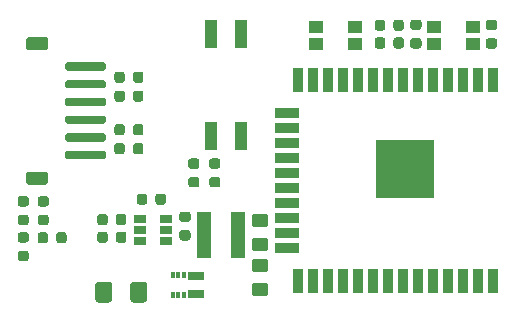
<source format=gbr>
G04 #@! TF.GenerationSoftware,KiCad,Pcbnew,(5.1.12)-1*
G04 #@! TF.CreationDate,2021-12-26T23:17:17+01:00*
G04 #@! TF.ProjectId,005032,30303530-3332-42e6-9b69-6361645f7063,v5*
G04 #@! TF.SameCoordinates,PX88601c0PY4692680*
G04 #@! TF.FileFunction,Paste,Top*
G04 #@! TF.FilePolarity,Positive*
%FSLAX46Y46*%
G04 Gerber Fmt 4.6, Leading zero omitted, Abs format (unit mm)*
G04 Created by KiCad (PCBNEW (5.1.12)-1) date 2021-12-26 23:17:17*
%MOMM*%
%LPD*%
G01*
G04 APERTURE LIST*
%ADD10R,1.150000X1.000000*%
%ADD11R,1.450000X0.800000*%
%ADD12R,0.300000X0.600000*%
%ADD13R,5.000000X5.000000*%
%ADD14R,0.900000X2.000000*%
%ADD15R,2.000000X0.900000*%
%ADD16R,1.060000X0.650000*%
%ADD17R,1.120000X2.440000*%
%ADD18R,1.200000X3.900000*%
G04 APERTURE END LIST*
D10*
X-2825000Y-2800000D03*
X-2825000Y-1400000D03*
X-6175000Y-2800000D03*
X-6175000Y-1400000D03*
X-12825000Y-2800000D03*
X-12825000Y-1400000D03*
X-16175000Y-2800000D03*
X-16175000Y-1400000D03*
D11*
X-26312500Y-24000000D03*
D12*
X-27362500Y-24100000D03*
X-27812500Y-24100000D03*
X-28262500Y-24100000D03*
X-28262500Y-22400000D03*
X-27812500Y-22400000D03*
X-27362500Y-22400000D03*
D11*
X-26312500Y-22500000D03*
D13*
X-8640000Y-13400000D03*
D14*
X-1140000Y-22900000D03*
X-2410000Y-22900000D03*
X-3680000Y-22900000D03*
X-4950000Y-22900000D03*
X-6220000Y-22900000D03*
X-7490000Y-22900000D03*
X-8760000Y-22900000D03*
X-10030000Y-22900000D03*
X-11300000Y-22900000D03*
X-12570000Y-22900000D03*
X-13840000Y-22900000D03*
X-15110000Y-22900000D03*
X-16380000Y-22900000D03*
X-17650000Y-22900000D03*
D15*
X-18650000Y-20115000D03*
X-18650000Y-18845000D03*
X-18650000Y-17575000D03*
X-18650000Y-16305000D03*
X-18650000Y-15035000D03*
X-18650000Y-13765000D03*
X-18650000Y-12495000D03*
X-18650000Y-11225000D03*
X-18650000Y-9955000D03*
X-18650000Y-8685000D03*
D14*
X-17650000Y-5900000D03*
X-16380000Y-5900000D03*
X-15110000Y-5900000D03*
X-13840000Y-5900000D03*
X-12570000Y-5900000D03*
X-11300000Y-5900000D03*
X-10030000Y-5900000D03*
X-8760000Y-5900000D03*
X-7490000Y-5900000D03*
X-6220000Y-5900000D03*
X-4950000Y-5900000D03*
X-3680000Y-5900000D03*
X-2410000Y-5900000D03*
X-1140000Y-5900000D03*
G36*
G01*
X-30450000Y-23225000D02*
X-30450000Y-24475000D01*
G75*
G02*
X-30700000Y-24725000I-250000J0D01*
G01*
X-31625000Y-24725000D01*
G75*
G02*
X-31875000Y-24475000I0J250000D01*
G01*
X-31875000Y-23225000D01*
G75*
G02*
X-31625000Y-22975000I250000J0D01*
G01*
X-30700000Y-22975000D01*
G75*
G02*
X-30450000Y-23225000I0J-250000D01*
G01*
G37*
G36*
G01*
X-33425000Y-23225000D02*
X-33425000Y-24475000D01*
G75*
G02*
X-33675000Y-24725000I-250000J0D01*
G01*
X-34600000Y-24725000D01*
G75*
G02*
X-34850000Y-24475000I0J250000D01*
G01*
X-34850000Y-23225000D01*
G75*
G02*
X-34600000Y-22975000I250000J0D01*
G01*
X-33675000Y-22975000D01*
G75*
G02*
X-33425000Y-23225000I0J-250000D01*
G01*
G37*
G36*
G01*
X-27506250Y-18600000D02*
X-26993750Y-18600000D01*
G75*
G02*
X-26775000Y-18818750I0J-218750D01*
G01*
X-26775000Y-19256250D01*
G75*
G02*
X-26993750Y-19475000I-218750J0D01*
G01*
X-27506250Y-19475000D01*
G75*
G02*
X-27725000Y-19256250I0J218750D01*
G01*
X-27725000Y-18818750D01*
G75*
G02*
X-27506250Y-18600000I218750J0D01*
G01*
G37*
G36*
G01*
X-27506250Y-17025000D02*
X-26993750Y-17025000D01*
G75*
G02*
X-26775000Y-17243750I0J-218750D01*
G01*
X-26775000Y-17681250D01*
G75*
G02*
X-26993750Y-17900000I-218750J0D01*
G01*
X-27506250Y-17900000D01*
G75*
G02*
X-27725000Y-17681250I0J218750D01*
G01*
X-27725000Y-17243750D01*
G75*
G02*
X-27506250Y-17025000I218750J0D01*
G01*
G37*
G36*
G01*
X-34675000Y-17956250D02*
X-34675000Y-17443750D01*
G75*
G02*
X-34456250Y-17225000I218750J0D01*
G01*
X-34018750Y-17225000D01*
G75*
G02*
X-33800000Y-17443750I0J-218750D01*
G01*
X-33800000Y-17956250D01*
G75*
G02*
X-34018750Y-18175000I-218750J0D01*
G01*
X-34456250Y-18175000D01*
G75*
G02*
X-34675000Y-17956250I0J218750D01*
G01*
G37*
G36*
G01*
X-33100000Y-17956250D02*
X-33100000Y-17443750D01*
G75*
G02*
X-32881250Y-17225000I218750J0D01*
G01*
X-32443750Y-17225000D01*
G75*
G02*
X-32225000Y-17443750I0J-218750D01*
G01*
X-32225000Y-17956250D01*
G75*
G02*
X-32443750Y-18175000I-218750J0D01*
G01*
X-32881250Y-18175000D01*
G75*
G02*
X-33100000Y-17956250I0J218750D01*
G01*
G37*
G36*
G01*
X-21350001Y-23050000D02*
X-20449999Y-23050000D01*
G75*
G02*
X-20200000Y-23299999I0J-249999D01*
G01*
X-20200000Y-23950001D01*
G75*
G02*
X-20449999Y-24200000I-249999J0D01*
G01*
X-21350001Y-24200000D01*
G75*
G02*
X-21600000Y-23950001I0J249999D01*
G01*
X-21600000Y-23299999D01*
G75*
G02*
X-21350001Y-23050000I249999J0D01*
G01*
G37*
G36*
G01*
X-21350001Y-21000000D02*
X-20449999Y-21000000D01*
G75*
G02*
X-20200000Y-21249999I0J-249999D01*
G01*
X-20200000Y-21900001D01*
G75*
G02*
X-20449999Y-22150000I-249999J0D01*
G01*
X-21350001Y-22150000D01*
G75*
G02*
X-21600000Y-21900001I0J249999D01*
G01*
X-21600000Y-21249999D01*
G75*
G02*
X-21350001Y-21000000I249999J0D01*
G01*
G37*
G36*
G01*
X-20449999Y-20400000D02*
X-21350001Y-20400000D01*
G75*
G02*
X-21600000Y-20150001I0J249999D01*
G01*
X-21600000Y-19499999D01*
G75*
G02*
X-21350001Y-19250000I249999J0D01*
G01*
X-20449999Y-19250000D01*
G75*
G02*
X-20200000Y-19499999I0J-249999D01*
G01*
X-20200000Y-20150001D01*
G75*
G02*
X-20449999Y-20400000I-249999J0D01*
G01*
G37*
G36*
G01*
X-20449999Y-18350000D02*
X-21350001Y-18350000D01*
G75*
G02*
X-21600000Y-18100001I0J249999D01*
G01*
X-21600000Y-17449999D01*
G75*
G02*
X-21350001Y-17200000I249999J0D01*
G01*
X-20449999Y-17200000D01*
G75*
G02*
X-20200000Y-17449999I0J-249999D01*
G01*
X-20200000Y-18100001D01*
G75*
G02*
X-20449999Y-18350000I-249999J0D01*
G01*
G37*
G36*
G01*
X-7443750Y-3225000D02*
X-7956250Y-3225000D01*
G75*
G02*
X-8175000Y-3006250I0J218750D01*
G01*
X-8175000Y-2568750D01*
G75*
G02*
X-7956250Y-2350000I218750J0D01*
G01*
X-7443750Y-2350000D01*
G75*
G02*
X-7225000Y-2568750I0J-218750D01*
G01*
X-7225000Y-3006250D01*
G75*
G02*
X-7443750Y-3225000I-218750J0D01*
G01*
G37*
G36*
G01*
X-7443750Y-1650000D02*
X-7956250Y-1650000D01*
G75*
G02*
X-8175000Y-1431250I0J218750D01*
G01*
X-8175000Y-993750D01*
G75*
G02*
X-7956250Y-775000I218750J0D01*
G01*
X-7443750Y-775000D01*
G75*
G02*
X-7225000Y-993750I0J-218750D01*
G01*
X-7225000Y-1431250D01*
G75*
G02*
X-7443750Y-1650000I-218750J0D01*
G01*
G37*
G36*
G01*
X-1043750Y-1650000D02*
X-1556250Y-1650000D01*
G75*
G02*
X-1775000Y-1431250I0J218750D01*
G01*
X-1775000Y-993750D01*
G75*
G02*
X-1556250Y-775000I218750J0D01*
G01*
X-1043750Y-775000D01*
G75*
G02*
X-825000Y-993750I0J-218750D01*
G01*
X-825000Y-1431250D01*
G75*
G02*
X-1043750Y-1650000I-218750J0D01*
G01*
G37*
G36*
G01*
X-1043750Y-3225000D02*
X-1556250Y-3225000D01*
G75*
G02*
X-1775000Y-3006250I0J218750D01*
G01*
X-1775000Y-2568750D01*
G75*
G02*
X-1556250Y-2350000I218750J0D01*
G01*
X-1043750Y-2350000D01*
G75*
G02*
X-825000Y-2568750I0J-218750D01*
G01*
X-825000Y-3006250D01*
G75*
G02*
X-1043750Y-3225000I-218750J0D01*
G01*
G37*
G36*
G01*
X-10300000Y-993750D02*
X-10300000Y-1506250D01*
G75*
G02*
X-10518750Y-1725000I-218750J0D01*
G01*
X-10956250Y-1725000D01*
G75*
G02*
X-11175000Y-1506250I0J218750D01*
G01*
X-11175000Y-993750D01*
G75*
G02*
X-10956250Y-775000I218750J0D01*
G01*
X-10518750Y-775000D01*
G75*
G02*
X-10300000Y-993750I0J-218750D01*
G01*
G37*
G36*
G01*
X-8725000Y-993750D02*
X-8725000Y-1506250D01*
G75*
G02*
X-8943750Y-1725000I-218750J0D01*
G01*
X-9381250Y-1725000D01*
G75*
G02*
X-9600000Y-1506250I0J218750D01*
G01*
X-9600000Y-993750D01*
G75*
G02*
X-9381250Y-775000I218750J0D01*
G01*
X-8943750Y-775000D01*
G75*
G02*
X-8725000Y-993750I0J-218750D01*
G01*
G37*
G36*
G01*
X-41206250Y-15725000D02*
X-40693750Y-15725000D01*
G75*
G02*
X-40475000Y-15943750I0J-218750D01*
G01*
X-40475000Y-16381250D01*
G75*
G02*
X-40693750Y-16600000I-218750J0D01*
G01*
X-41206250Y-16600000D01*
G75*
G02*
X-41425000Y-16381250I0J218750D01*
G01*
X-41425000Y-15943750D01*
G75*
G02*
X-41206250Y-15725000I218750J0D01*
G01*
G37*
G36*
G01*
X-41206250Y-17300000D02*
X-40693750Y-17300000D01*
G75*
G02*
X-40475000Y-17518750I0J-218750D01*
G01*
X-40475000Y-17956250D01*
G75*
G02*
X-40693750Y-18175000I-218750J0D01*
G01*
X-41206250Y-18175000D01*
G75*
G02*
X-41425000Y-17956250I0J218750D01*
G01*
X-41425000Y-17518750D01*
G75*
G02*
X-41206250Y-17300000I218750J0D01*
G01*
G37*
G36*
G01*
X-39506250Y-17300000D02*
X-38993750Y-17300000D01*
G75*
G02*
X-38775000Y-17518750I0J-218750D01*
G01*
X-38775000Y-17956250D01*
G75*
G02*
X-38993750Y-18175000I-218750J0D01*
G01*
X-39506250Y-18175000D01*
G75*
G02*
X-39725000Y-17956250I0J218750D01*
G01*
X-39725000Y-17518750D01*
G75*
G02*
X-39506250Y-17300000I218750J0D01*
G01*
G37*
G36*
G01*
X-39506250Y-15725000D02*
X-38993750Y-15725000D01*
G75*
G02*
X-38775000Y-15943750I0J-218750D01*
G01*
X-38775000Y-16381250D01*
G75*
G02*
X-38993750Y-16600000I-218750J0D01*
G01*
X-39506250Y-16600000D01*
G75*
G02*
X-39725000Y-16381250I0J218750D01*
G01*
X-39725000Y-15943750D01*
G75*
G02*
X-39506250Y-15725000I218750J0D01*
G01*
G37*
G36*
G01*
X-33100000Y-19456250D02*
X-33100000Y-18943750D01*
G75*
G02*
X-32881250Y-18725000I218750J0D01*
G01*
X-32443750Y-18725000D01*
G75*
G02*
X-32225000Y-18943750I0J-218750D01*
G01*
X-32225000Y-19456250D01*
G75*
G02*
X-32443750Y-19675000I-218750J0D01*
G01*
X-32881250Y-19675000D01*
G75*
G02*
X-33100000Y-19456250I0J218750D01*
G01*
G37*
G36*
G01*
X-34675000Y-19456250D02*
X-34675000Y-18943750D01*
G75*
G02*
X-34456250Y-18725000I218750J0D01*
G01*
X-34018750Y-18725000D01*
G75*
G02*
X-33800000Y-18943750I0J-218750D01*
G01*
X-33800000Y-19456250D01*
G75*
G02*
X-34018750Y-19675000I-218750J0D01*
G01*
X-34456250Y-19675000D01*
G75*
G02*
X-34675000Y-19456250I0J218750D01*
G01*
G37*
G36*
G01*
X-31325000Y-16236250D02*
X-31325000Y-15723750D01*
G75*
G02*
X-31106250Y-15505000I218750J0D01*
G01*
X-30668750Y-15505000D01*
G75*
G02*
X-30450000Y-15723750I0J-218750D01*
G01*
X-30450000Y-16236250D01*
G75*
G02*
X-30668750Y-16455000I-218750J0D01*
G01*
X-31106250Y-16455000D01*
G75*
G02*
X-31325000Y-16236250I0J218750D01*
G01*
G37*
G36*
G01*
X-29750000Y-16236250D02*
X-29750000Y-15723750D01*
G75*
G02*
X-29531250Y-15505000I218750J0D01*
G01*
X-29093750Y-15505000D01*
G75*
G02*
X-28875000Y-15723750I0J-218750D01*
G01*
X-28875000Y-16236250D01*
G75*
G02*
X-29093750Y-16455000I-218750J0D01*
G01*
X-29531250Y-16455000D01*
G75*
G02*
X-29750000Y-16236250I0J218750D01*
G01*
G37*
G36*
G01*
X-9600000Y-3006250D02*
X-9600000Y-2493750D01*
G75*
G02*
X-9381250Y-2275000I218750J0D01*
G01*
X-8943750Y-2275000D01*
G75*
G02*
X-8725000Y-2493750I0J-218750D01*
G01*
X-8725000Y-3006250D01*
G75*
G02*
X-8943750Y-3225000I-218750J0D01*
G01*
X-9381250Y-3225000D01*
G75*
G02*
X-9600000Y-3006250I0J218750D01*
G01*
G37*
G36*
G01*
X-11175000Y-3006250D02*
X-11175000Y-2493750D01*
G75*
G02*
X-10956250Y-2275000I218750J0D01*
G01*
X-10518750Y-2275000D01*
G75*
G02*
X-10300000Y-2493750I0J-218750D01*
G01*
X-10300000Y-3006250D01*
G75*
G02*
X-10518750Y-3225000I-218750J0D01*
G01*
X-10956250Y-3225000D01*
G75*
G02*
X-11175000Y-3006250I0J218750D01*
G01*
G37*
G36*
G01*
X-30775000Y-9843750D02*
X-30775000Y-10356250D01*
G75*
G02*
X-30993750Y-10575000I-218750J0D01*
G01*
X-31431250Y-10575000D01*
G75*
G02*
X-31650000Y-10356250I0J218750D01*
G01*
X-31650000Y-9843750D01*
G75*
G02*
X-31431250Y-9625000I218750J0D01*
G01*
X-30993750Y-9625000D01*
G75*
G02*
X-30775000Y-9843750I0J-218750D01*
G01*
G37*
G36*
G01*
X-32350000Y-9843750D02*
X-32350000Y-10356250D01*
G75*
G02*
X-32568750Y-10575000I-218750J0D01*
G01*
X-33006250Y-10575000D01*
G75*
G02*
X-33225000Y-10356250I0J218750D01*
G01*
X-33225000Y-9843750D01*
G75*
G02*
X-33006250Y-9625000I218750J0D01*
G01*
X-32568750Y-9625000D01*
G75*
G02*
X-32350000Y-9843750I0J-218750D01*
G01*
G37*
G36*
G01*
X-32350000Y-11443750D02*
X-32350000Y-11956250D01*
G75*
G02*
X-32568750Y-12175000I-218750J0D01*
G01*
X-33006250Y-12175000D01*
G75*
G02*
X-33225000Y-11956250I0J218750D01*
G01*
X-33225000Y-11443750D01*
G75*
G02*
X-33006250Y-11225000I218750J0D01*
G01*
X-32568750Y-11225000D01*
G75*
G02*
X-32350000Y-11443750I0J-218750D01*
G01*
G37*
G36*
G01*
X-30775000Y-11443750D02*
X-30775000Y-11956250D01*
G75*
G02*
X-30993750Y-12175000I-218750J0D01*
G01*
X-31431250Y-12175000D01*
G75*
G02*
X-31650000Y-11956250I0J218750D01*
G01*
X-31650000Y-11443750D01*
G75*
G02*
X-31431250Y-11225000I218750J0D01*
G01*
X-30993750Y-11225000D01*
G75*
G02*
X-30775000Y-11443750I0J-218750D01*
G01*
G37*
G36*
G01*
X-30775000Y-5393750D02*
X-30775000Y-5906250D01*
G75*
G02*
X-30993750Y-6125000I-218750J0D01*
G01*
X-31431250Y-6125000D01*
G75*
G02*
X-31650000Y-5906250I0J218750D01*
G01*
X-31650000Y-5393750D01*
G75*
G02*
X-31431250Y-5175000I218750J0D01*
G01*
X-30993750Y-5175000D01*
G75*
G02*
X-30775000Y-5393750I0J-218750D01*
G01*
G37*
G36*
G01*
X-32350000Y-5393750D02*
X-32350000Y-5906250D01*
G75*
G02*
X-32568750Y-6125000I-218750J0D01*
G01*
X-33006250Y-6125000D01*
G75*
G02*
X-33225000Y-5906250I0J218750D01*
G01*
X-33225000Y-5393750D01*
G75*
G02*
X-33006250Y-5175000I218750J0D01*
G01*
X-32568750Y-5175000D01*
G75*
G02*
X-32350000Y-5393750I0J-218750D01*
G01*
G37*
G36*
G01*
X-30775000Y-6993750D02*
X-30775000Y-7506250D01*
G75*
G02*
X-30993750Y-7725000I-218750J0D01*
G01*
X-31431250Y-7725000D01*
G75*
G02*
X-31650000Y-7506250I0J218750D01*
G01*
X-31650000Y-6993750D01*
G75*
G02*
X-31431250Y-6775000I218750J0D01*
G01*
X-30993750Y-6775000D01*
G75*
G02*
X-30775000Y-6993750I0J-218750D01*
G01*
G37*
G36*
G01*
X-32350000Y-6993750D02*
X-32350000Y-7506250D01*
G75*
G02*
X-32568750Y-7725000I-218750J0D01*
G01*
X-33006250Y-7725000D01*
G75*
G02*
X-33225000Y-7506250I0J218750D01*
G01*
X-33225000Y-6993750D01*
G75*
G02*
X-33006250Y-6775000I218750J0D01*
G01*
X-32568750Y-6775000D01*
G75*
G02*
X-32350000Y-6993750I0J-218750D01*
G01*
G37*
G36*
G01*
X-26243750Y-14975000D02*
X-26756250Y-14975000D01*
G75*
G02*
X-26975000Y-14756250I0J218750D01*
G01*
X-26975000Y-14318750D01*
G75*
G02*
X-26756250Y-14100000I218750J0D01*
G01*
X-26243750Y-14100000D01*
G75*
G02*
X-26025000Y-14318750I0J-218750D01*
G01*
X-26025000Y-14756250D01*
G75*
G02*
X-26243750Y-14975000I-218750J0D01*
G01*
G37*
G36*
G01*
X-26243750Y-13400000D02*
X-26756250Y-13400000D01*
G75*
G02*
X-26975000Y-13181250I0J218750D01*
G01*
X-26975000Y-12743750D01*
G75*
G02*
X-26756250Y-12525000I218750J0D01*
G01*
X-26243750Y-12525000D01*
G75*
G02*
X-26025000Y-12743750I0J-218750D01*
G01*
X-26025000Y-13181250D01*
G75*
G02*
X-26243750Y-13400000I-218750J0D01*
G01*
G37*
G36*
G01*
X-24468750Y-13400000D02*
X-24981250Y-13400000D01*
G75*
G02*
X-25200000Y-13181250I0J218750D01*
G01*
X-25200000Y-12743750D01*
G75*
G02*
X-24981250Y-12525000I218750J0D01*
G01*
X-24468750Y-12525000D01*
G75*
G02*
X-24250000Y-12743750I0J-218750D01*
G01*
X-24250000Y-13181250D01*
G75*
G02*
X-24468750Y-13400000I-218750J0D01*
G01*
G37*
G36*
G01*
X-24468750Y-14975000D02*
X-24981250Y-14975000D01*
G75*
G02*
X-25200000Y-14756250I0J218750D01*
G01*
X-25200000Y-14318750D01*
G75*
G02*
X-24981250Y-14100000I218750J0D01*
G01*
X-24468750Y-14100000D01*
G75*
G02*
X-24250000Y-14318750I0J-218750D01*
G01*
X-24250000Y-14756250D01*
G75*
G02*
X-24468750Y-14975000I-218750J0D01*
G01*
G37*
G36*
G01*
X-41206250Y-20350000D02*
X-40693750Y-20350000D01*
G75*
G02*
X-40475000Y-20568750I0J-218750D01*
G01*
X-40475000Y-21006250D01*
G75*
G02*
X-40693750Y-21225000I-218750J0D01*
G01*
X-41206250Y-21225000D01*
G75*
G02*
X-41425000Y-21006250I0J218750D01*
G01*
X-41425000Y-20568750D01*
G75*
G02*
X-41206250Y-20350000I218750J0D01*
G01*
G37*
G36*
G01*
X-41206250Y-18775000D02*
X-40693750Y-18775000D01*
G75*
G02*
X-40475000Y-18993750I0J-218750D01*
G01*
X-40475000Y-19431250D01*
G75*
G02*
X-40693750Y-19650000I-218750J0D01*
G01*
X-41206250Y-19650000D01*
G75*
G02*
X-41425000Y-19431250I0J218750D01*
G01*
X-41425000Y-18993750D01*
G75*
G02*
X-41206250Y-18775000I218750J0D01*
G01*
G37*
G36*
G01*
X-39725000Y-19506250D02*
X-39725000Y-18993750D01*
G75*
G02*
X-39506250Y-18775000I218750J0D01*
G01*
X-39068750Y-18775000D01*
G75*
G02*
X-38850000Y-18993750I0J-218750D01*
G01*
X-38850000Y-19506250D01*
G75*
G02*
X-39068750Y-19725000I-218750J0D01*
G01*
X-39506250Y-19725000D01*
G75*
G02*
X-39725000Y-19506250I0J218750D01*
G01*
G37*
G36*
G01*
X-38150000Y-19506250D02*
X-38150000Y-18993750D01*
G75*
G02*
X-37931250Y-18775000I218750J0D01*
G01*
X-37493750Y-18775000D01*
G75*
G02*
X-37275000Y-18993750I0J-218750D01*
G01*
X-37275000Y-19506250D01*
G75*
G02*
X-37493750Y-19725000I-218750J0D01*
G01*
X-37931250Y-19725000D01*
G75*
G02*
X-38150000Y-19506250I0J218750D01*
G01*
G37*
D16*
X-31050000Y-17650000D03*
X-31050000Y-18600000D03*
X-31050000Y-19550000D03*
X-28850000Y-19550000D03*
X-28850000Y-17650000D03*
X-28850000Y-18600000D03*
D17*
X-25070000Y-10605000D03*
X-22530000Y-1995000D03*
X-22530000Y-10605000D03*
X-25070000Y-1995000D03*
D18*
X-25600000Y-19000000D03*
X-22800000Y-19000000D03*
G36*
G01*
X-37250000Y-4400000D02*
X-34100000Y-4400000D01*
G75*
G02*
X-33925000Y-4575000I0J-175000D01*
G01*
X-33925000Y-4925000D01*
G75*
G02*
X-34100000Y-5100000I-175000J0D01*
G01*
X-37250000Y-5100000D01*
G75*
G02*
X-37425000Y-4925000I0J175000D01*
G01*
X-37425000Y-4575000D01*
G75*
G02*
X-37250000Y-4400000I175000J0D01*
G01*
G37*
G36*
G01*
X-37250000Y-5900000D02*
X-34100000Y-5900000D01*
G75*
G02*
X-33925000Y-6075000I0J-175000D01*
G01*
X-33925000Y-6425000D01*
G75*
G02*
X-34100000Y-6600000I-175000J0D01*
G01*
X-37250000Y-6600000D01*
G75*
G02*
X-37425000Y-6425000I0J175000D01*
G01*
X-37425000Y-6075000D01*
G75*
G02*
X-37250000Y-5900000I175000J0D01*
G01*
G37*
G36*
G01*
X-37250000Y-7400000D02*
X-34100000Y-7400000D01*
G75*
G02*
X-33925000Y-7575000I0J-175000D01*
G01*
X-33925000Y-7925000D01*
G75*
G02*
X-34100000Y-8100000I-175000J0D01*
G01*
X-37250000Y-8100000D01*
G75*
G02*
X-37425000Y-7925000I0J175000D01*
G01*
X-37425000Y-7575000D01*
G75*
G02*
X-37250000Y-7400000I175000J0D01*
G01*
G37*
G36*
G01*
X-37250000Y-8900000D02*
X-34100000Y-8900000D01*
G75*
G02*
X-33925000Y-9075000I0J-175000D01*
G01*
X-33925000Y-9425000D01*
G75*
G02*
X-34100000Y-9600000I-175000J0D01*
G01*
X-37250000Y-9600000D01*
G75*
G02*
X-37425000Y-9425000I0J175000D01*
G01*
X-37425000Y-9075000D01*
G75*
G02*
X-37250000Y-8900000I175000J0D01*
G01*
G37*
G36*
G01*
X-37250000Y-10400000D02*
X-34100000Y-10400000D01*
G75*
G02*
X-33925000Y-10575000I0J-175000D01*
G01*
X-33925000Y-10925000D01*
G75*
G02*
X-34100000Y-11100000I-175000J0D01*
G01*
X-37250000Y-11100000D01*
G75*
G02*
X-37425000Y-10925000I0J175000D01*
G01*
X-37425000Y-10575000D01*
G75*
G02*
X-37250000Y-10400000I175000J0D01*
G01*
G37*
G36*
G01*
X-37250000Y-11900000D02*
X-34100000Y-11900000D01*
G75*
G02*
X-33925000Y-12075000I0J-175000D01*
G01*
X-33925000Y-12425000D01*
G75*
G02*
X-34100000Y-12600000I-175000J0D01*
G01*
X-37250000Y-12600000D01*
G75*
G02*
X-37425000Y-12425000I0J175000D01*
G01*
X-37425000Y-12075000D01*
G75*
G02*
X-37250000Y-11900000I175000J0D01*
G01*
G37*
G36*
G01*
X-40541300Y-2250000D02*
X-39008700Y-2250000D01*
G75*
G02*
X-38825000Y-2433700I0J-183700D01*
G01*
X-38825000Y-3166300D01*
G75*
G02*
X-39008700Y-3350000I-183700J0D01*
G01*
X-40541300Y-3350000D01*
G75*
G02*
X-40725000Y-3166300I0J183700D01*
G01*
X-40725000Y-2433700D01*
G75*
G02*
X-40541300Y-2250000I183700J0D01*
G01*
G37*
G36*
G01*
X-40541300Y-13650000D02*
X-39008700Y-13650000D01*
G75*
G02*
X-38825000Y-13833700I0J-183700D01*
G01*
X-38825000Y-14566300D01*
G75*
G02*
X-39008700Y-14750000I-183700J0D01*
G01*
X-40541300Y-14750000D01*
G75*
G02*
X-40725000Y-14566300I0J183700D01*
G01*
X-40725000Y-13833700D01*
G75*
G02*
X-40541300Y-13650000I183700J0D01*
G01*
G37*
M02*

</source>
